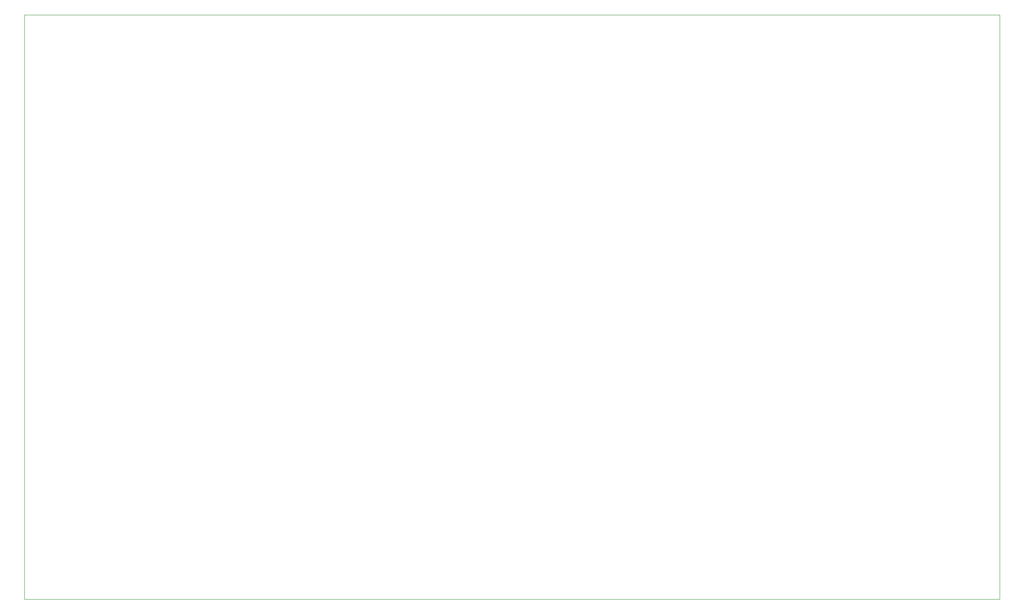
<source format=gbr>
G04 #@! TF.GenerationSoftware,KiCad,Pcbnew,(5.1.5)-3*
G04 #@! TF.CreationDate,2020-11-25T08:49:10-07:00*
G04 #@! TF.ProjectId,Power_Supply,506f7765-725f-4537-9570-706c792e6b69,rev?*
G04 #@! TF.SameCoordinates,Original*
G04 #@! TF.FileFunction,Profile,NP*
%FSLAX46Y46*%
G04 Gerber Fmt 4.6, Leading zero omitted, Abs format (unit mm)*
G04 Created by KiCad (PCBNEW (5.1.5)-3) date 2020-11-25 08:49:10*
%MOMM*%
%LPD*%
G04 APERTURE LIST*
%ADD10C,0.050000*%
G04 APERTURE END LIST*
D10*
X0Y0D02*
X200000000Y0D01*
X0Y-120000000D02*
X200000000Y-120000000D01*
X200000000Y0D02*
X200000000Y-120000000D01*
X0Y0D02*
X0Y-120000000D01*
M02*

</source>
